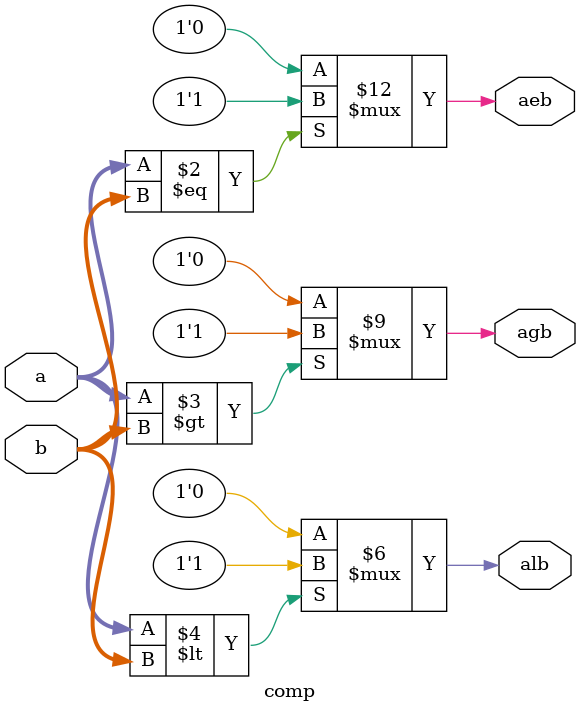
<source format=v>
`timescale 1ns / 1ps
module comp(a,b,agb,aeb,alb);
	parameter N=4;
	input [N-1:0] a,b;
   output reg agb,aeb,alb;

   always @(a or b)
      begin
         if(a==b) aeb=1;
         else aeb=0;
         if(a>b) agb=1;
         else agb=0;
         if(a<b) alb=1;
         else alb=0;
      end
		
endmodule

</source>
